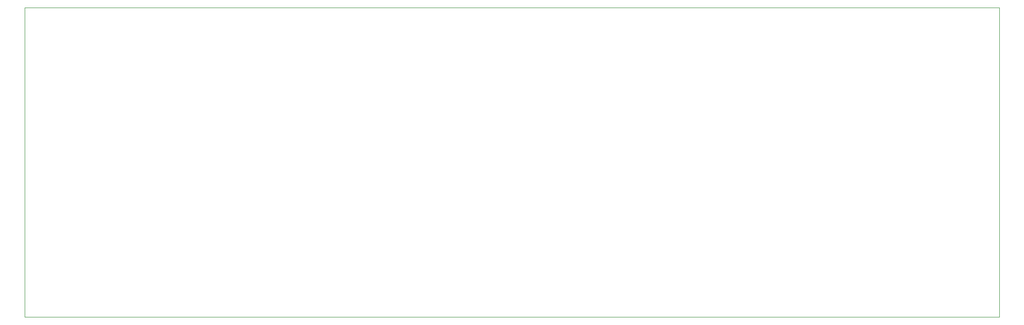
<source format=gbr>
%TF.GenerationSoftware,KiCad,Pcbnew,9.0.3*%
%TF.CreationDate,2025-07-19T19:00:48+05:30*%
%TF.ProjectId,piano wkshp,7069616e-6f20-4776-9b73-68702e6b6963,rev?*%
%TF.SameCoordinates,Original*%
%TF.FileFunction,Profile,NP*%
%FSLAX46Y46*%
G04 Gerber Fmt 4.6, Leading zero omitted, Abs format (unit mm)*
G04 Created by KiCad (PCBNEW 9.0.3) date 2025-07-19 19:00:48*
%MOMM*%
%LPD*%
G01*
G04 APERTURE LIST*
%TA.AperFunction,Profile*%
%ADD10C,0.050000*%
%TD*%
G04 APERTURE END LIST*
D10*
X57000000Y-71500000D02*
X230794000Y-71500000D01*
X230794000Y-126699000D01*
X57000000Y-126699000D01*
X57000000Y-71500000D01*
M02*

</source>
